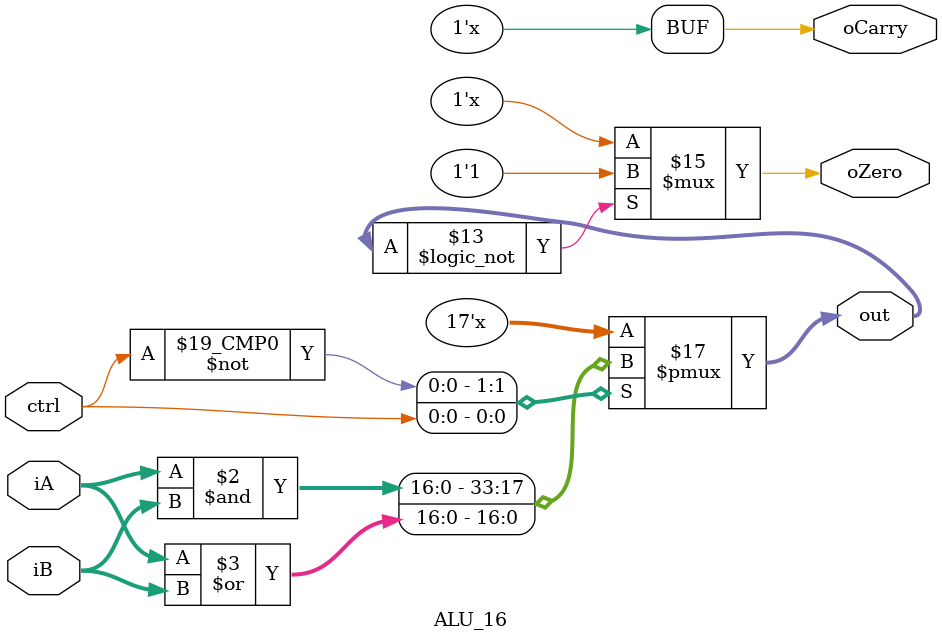
<source format=sv>
module ALU_16 (iA, iB ,ctrl, oCarry,oZero, out);    
input [16:0] iA,iB;
output [16:0] out;
input ctrl;
output oCarry,oZero;
reg [16:0] out;
reg oCarry;
reg oZero;
always@* begin 
        case(ctrl)
            4'b0: out=iA&iB;
            4'b0001: out=iA|iB;
            4'b0010: {oCarry ,out}=iA+iB;
            4'b0011: out= ~(iA | iB);    
            4'b0100: 
            begin 
                if(iA==iB)
                    out=16'b1;
            end  
            4'b0101: out=iA-iB;  
            4'b0110:    
            begin 
                if(iA<iB)
                    out=16'b1;
                else
                    out=16'b0;
                end
            4'b0111:   out=iA*iB;     
            4'b1000: out=iA/iB;        
        endcase
        end
        always@(out)
           begin
               if(out==0)
                   oZero=1;
            end
endmodule

</source>
